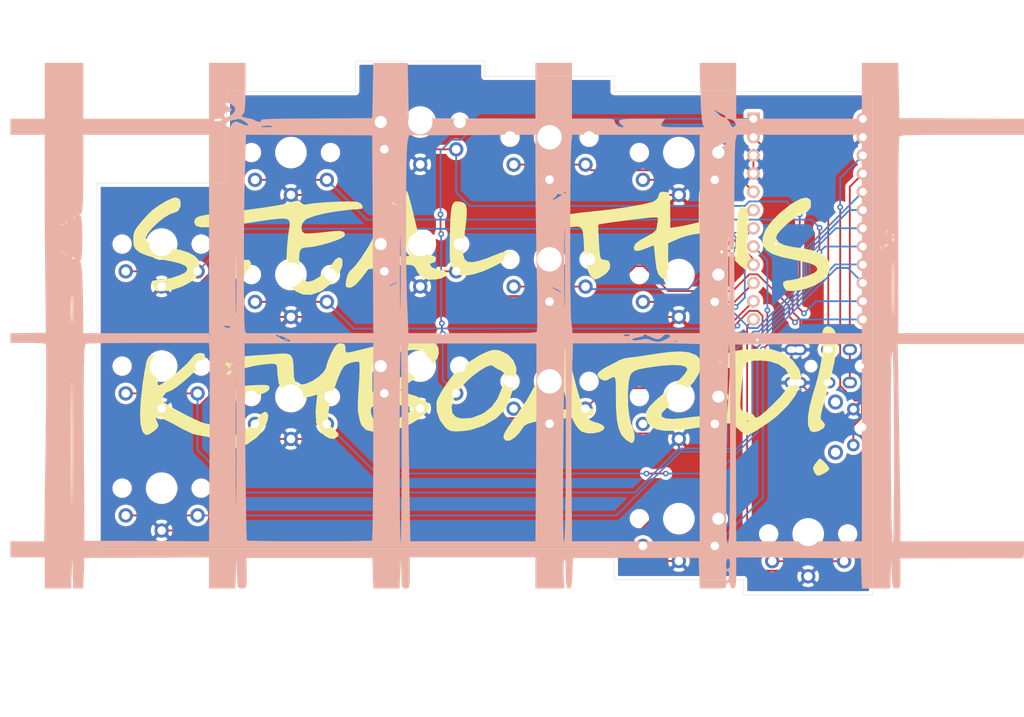
<source format=kicad_pcb>
(kicad_pcb (version 20171130) (host pcbnew 5.1.9)
  (layers (0 F.Cu signal) (31 B.Cu signal) (34 B.Paste user) (35 F.Paste user) (36 B.SilkS user) (37 F.SilkS user) (38 B.Mask user) (39 F.Mask user) (44 Edge.Cuts user))
  (net 0 "")
  (net 1 data)
  (net 2 GND)
  (net 3 VCC)
  (net 4 S1)
  (net 5 S2)
  (net 6 S3)
  (net 7 S4)
  (net 8 S5)
  (net 9 S6)
  (net 10 S7)
  (net 11 S8)
  (net 12 S9)
  (net 13 S10)
  (net 14 S11)
  (net 15 S12)
  (net 16 S13)
  (net 17 S14)
  (net 18 S15)
  (net 19 S16)
  (net 20 S17)
  (net 21 "Net-(U1-Pad24)")
  (net 22 rst)
  (module steal_this_keyboard:SW_Tactile_SPST_Angled_MJTP1117 (layer F.Cu) (at 132.29 108 270)
    (fp_text reference RST1)
    (fp_text value SW_Push)
    (pad "" thru_hole circle (at 6.01 2.49 270) (size 2.1 2.1) (drill 1.3) (layers *.Cu *.Mask))
    (pad 2 thru_hole circle (at 5 0 270) (size 1.75 1.75) (drill 0.99) (layers *.Cu *.Mask) (net 22 rst))
    (pad 1 thru_hole circle (at 0 0 270) (size 1.75 1.75) (drill 0.99) (layers *.Cu *.Mask) (net 2 GND))
    (pad "" thru_hole circle (at -1 2.49 270) (size 2.1 2.1) (drill 1.3) (layers *.Cu *.Mask))
    (pad "" np_thru_hole circle (at 2.5 -1.21 270) (size 1.2 1.2) (drill 1.2) (layers *.Cu *.Mask))
  )
  (module steal_this_keyboard:Kailh-PG1350-1u-reversible (layer F.Cu) (at 126 125.375)
    (fp_text reference SW17)
    (fp_text value SW_Push hide)
    (pad 2 thru_hole circle (at 5 3.8 41.9) (size 2 2) (drill 1.2) (layers *.Cu F.Mask) (net 20 S17))
    (pad "" np_thru_hole circle (at 0 0 180) (size 3.4 3.4) (drill 3.4) (layers *.Cu *.Mask))
    (pad 1 thru_hole circle (at 0 5.9 180) (size 2 2) (drill 1.2) (layers *.Cu *.Mask) (net 2 GND))
    (pad 2 thru_hole circle (at -5 3.8 41.9) (size 2 2) (drill 1.2) (layers *.Cu B.Mask) (net 20 S17))
    (pad "" np_thru_hole circle (at -5.5 0 180) (size 1.7 1.7) (drill 1.7) (layers *.Cu *.Mask))
    (pad "" np_thru_hole circle (at 5.5 0 180) (size 1.7 1.7) (drill 1.7) (layers *.Cu *.Mask))
  )
  (module steal_this_keyboard:Kailh-PG1350-1u-reversible (layer F.Cu) (at 108 106.25)
    (fp_text reference SW16)
    (fp_text value SW_Push hide)
    (pad 2 thru_hole circle (at 5 3.8 41.9) (size 2 2) (drill 1.2) (layers *.Cu F.Mask) (net 19 S16))
    (pad "" np_thru_hole circle (at 0 0 180) (size 3.4 3.4) (drill 3.4) (layers *.Cu *.Mask))
    (pad 1 thru_hole circle (at 0 5.9 180) (size 2 2) (drill 1.2) (layers *.Cu *.Mask) (net 2 GND))
    (pad 2 thru_hole circle (at -5 3.8 41.9) (size 2 2) (drill 1.2) (layers *.Cu B.Mask) (net 19 S16))
    (pad "" np_thru_hole circle (at -5.5 0 180) (size 1.7 1.7) (drill 1.7) (layers *.Cu *.Mask))
    (pad "" np_thru_hole circle (at 5.5 0 180) (size 1.7 1.7) (drill 1.7) (layers *.Cu *.Mask))
  )
  (module steal_this_keyboard:Kailh-PG1350-1u-reversible (layer F.Cu) (at 108 89.25)
    (fp_text reference SW15)
    (fp_text value SW_Push hide)
    (pad 2 thru_hole circle (at 5 3.8 41.9) (size 2 2) (drill 1.2) (layers *.Cu F.Mask) (net 18 S15))
    (pad "" np_thru_hole circle (at 0 0 180) (size 3.4 3.4) (drill 3.4) (layers *.Cu *.Mask))
    (pad 1 thru_hole circle (at 0 5.9 180) (size 2 2) (drill 1.2) (layers *.Cu *.Mask) (net 2 GND))
    (pad 2 thru_hole circle (at -5 3.8 41.9) (size 2 2) (drill 1.2) (layers *.Cu B.Mask) (net 18 S15))
    (pad "" np_thru_hole circle (at -5.5 0 180) (size 1.7 1.7) (drill 1.7) (layers *.Cu *.Mask))
    (pad "" np_thru_hole circle (at 5.5 0 180) (size 1.7 1.7) (drill 1.7) (layers *.Cu *.Mask))
  )
  (module steal_this_keyboard:Kailh-PG1350-1u-reversible (layer F.Cu) (at 108 72.25)
    (fp_text reference SW14)
    (fp_text value SW_Push hide)
    (pad 2 thru_hole circle (at 5 3.8 41.9) (size 2 2) (drill 1.2) (layers *.Cu F.Mask) (net 17 S14))
    (pad "" np_thru_hole circle (at 0 0 180) (size 3.4 3.4) (drill 3.4) (layers *.Cu *.Mask))
    (pad 1 thru_hole circle (at 0 5.9 180) (size 2 2) (drill 1.2) (layers *.Cu *.Mask) (net 2 GND))
    (pad 2 thru_hole circle (at -5 3.8 41.9) (size 2 2) (drill 1.2) (layers *.Cu B.Mask) (net 17 S14))
    (pad "" np_thru_hole circle (at -5.5 0 180) (size 1.7 1.7) (drill 1.7) (layers *.Cu *.Mask))
    (pad "" np_thru_hole circle (at 5.5 0 180) (size 1.7 1.7) (drill 1.7) (layers *.Cu *.Mask))
  )
  (module steal_this_keyboard:Kailh-PG1350-1u-reversible (layer F.Cu) (at 108 123.25)
    (fp_text reference SW13)
    (fp_text value SW_Push hide)
    (pad 2 thru_hole circle (at 5 3.8 41.9) (size 2 2) (drill 1.2) (layers *.Cu F.Mask) (net 16 S13))
    (pad "" np_thru_hole circle (at 0 0 180) (size 3.4 3.4) (drill 3.4) (layers *.Cu *.Mask))
    (pad 1 thru_hole circle (at 0 5.9 180) (size 2 2) (drill 1.2) (layers *.Cu *.Mask) (net 2 GND))
    (pad 2 thru_hole circle (at -5 3.8 41.9) (size 2 2) (drill 1.2) (layers *.Cu B.Mask) (net 16 S13))
    (pad "" np_thru_hole circle (at -5.5 0 180) (size 1.7 1.7) (drill 1.7) (layers *.Cu *.Mask))
    (pad "" np_thru_hole circle (at 5.5 0 180) (size 1.7 1.7) (drill 1.7) (layers *.Cu *.Mask))
  )
  (module steal_this_keyboard:Kailh-PG1350-1u-reversible (layer F.Cu) (at 90 104.125)
    (fp_text reference SW12)
    (fp_text value SW_Push hide)
    (pad 2 thru_hole circle (at 5 3.8 41.9) (size 2 2) (drill 1.2) (layers *.Cu F.Mask) (net 15 S12))
    (pad "" np_thru_hole circle (at 0 0 180) (size 3.4 3.4) (drill 3.4) (layers *.Cu *.Mask))
    (pad 1 thru_hole circle (at 0 5.9 180) (size 2 2) (drill 1.2) (layers *.Cu *.Mask) (net 2 GND))
    (pad 2 thru_hole circle (at -5 3.8 41.9) (size 2 2) (drill 1.2) (layers *.Cu B.Mask) (net 15 S12))
    (pad "" np_thru_hole circle (at -5.5 0 180) (size 1.7 1.7) (drill 1.7) (layers *.Cu *.Mask))
    (pad "" np_thru_hole circle (at 5.5 0 180) (size 1.7 1.7) (drill 1.7) (layers *.Cu *.Mask))
  )
  (module steal_this_keyboard:Kailh-PG1350-1u-reversible (layer F.Cu) (at 90 87.125)
    (fp_text reference SW11)
    (fp_text value SW_Push hide)
    (pad 2 thru_hole circle (at 5 3.8 41.9) (size 2 2) (drill 1.2) (layers *.Cu F.Mask) (net 14 S11))
    (pad "" np_thru_hole circle (at 0 0 180) (size 3.4 3.4) (drill 3.4) (layers *.Cu *.Mask))
    (pad 1 thru_hole circle (at 0 5.9 180) (size 2 2) (drill 1.2) (layers *.Cu *.Mask) (net 2 GND))
    (pad 2 thru_hole circle (at -5 3.8 41.9) (size 2 2) (drill 1.2) (layers *.Cu B.Mask) (net 14 S11))
    (pad "" np_thru_hole circle (at -5.5 0 180) (size 1.7 1.7) (drill 1.7) (layers *.Cu *.Mask))
    (pad "" np_thru_hole circle (at 5.5 0 180) (size 1.7 1.7) (drill 1.7) (layers *.Cu *.Mask))
  )
  (module steal_this_keyboard:Kailh-PG1350-1u-reversible (layer F.Cu) (at 90 70.125)
    (fp_text reference SW10)
    (fp_text value SW_Push hide)
    (pad 2 thru_hole circle (at 5 3.8 41.9) (size 2 2) (drill 1.2) (layers *.Cu F.Mask) (net 13 S10))
    (pad "" np_thru_hole circle (at 0 0 180) (size 3.4 3.4) (drill 3.4) (layers *.Cu *.Mask))
    (pad 1 thru_hole circle (at 0 5.9 180) (size 2 2) (drill 1.2) (layers *.Cu *.Mask) (net 2 GND))
    (pad 2 thru_hole circle (at -5 3.8 41.9) (size 2 2) (drill 1.2) (layers *.Cu B.Mask) (net 13 S10))
    (pad "" np_thru_hole circle (at -5.5 0 180) (size 1.7 1.7) (drill 1.7) (layers *.Cu *.Mask))
    (pad "" np_thru_hole circle (at 5.5 0 180) (size 1.7 1.7) (drill 1.7) (layers *.Cu *.Mask))
  )
  (module steal_this_keyboard:Kailh-PG1350-1u-reversible (layer F.Cu) (at 72 102)
    (fp_text reference SW9)
    (fp_text value SW_Push hide)
    (pad 2 thru_hole circle (at 5 3.8 41.9) (size 2 2) (drill 1.2) (layers *.Cu F.Mask) (net 12 S9))
    (pad "" np_thru_hole circle (at 0 0 180) (size 3.4 3.4) (drill 3.4) (layers *.Cu *.Mask))
    (pad 1 thru_hole circle (at 0 5.9 180) (size 2 2) (drill 1.2) (layers *.Cu *.Mask) (net 2 GND))
    (pad 2 thru_hole circle (at -5 3.8 41.9) (size 2 2) (drill 1.2) (layers *.Cu B.Mask) (net 12 S9))
    (pad "" np_thru_hole circle (at -5.5 0 180) (size 1.7 1.7) (drill 1.7) (layers *.Cu *.Mask))
    (pad "" np_thru_hole circle (at 5.5 0 180) (size 1.7 1.7) (drill 1.7) (layers *.Cu *.Mask))
  )
  (module steal_this_keyboard:Kailh-PG1350-1u-reversible (layer F.Cu) (at 72 85)
    (fp_text reference SW8)
    (fp_text value SW_Push hide)
    (pad 2 thru_hole circle (at 5 3.8 41.9) (size 2 2) (drill 1.2) (layers *.Cu F.Mask) (net 11 S8))
    (pad "" np_thru_hole circle (at 0 0 180) (size 3.4 3.4) (drill 3.4) (layers *.Cu *.Mask))
    (pad 1 thru_hole circle (at 0 5.9 180) (size 2 2) (drill 1.2) (layers *.Cu *.Mask) (net 2 GND))
    (pad 2 thru_hole circle (at -5 3.8 41.9) (size 2 2) (drill 1.2) (layers *.Cu B.Mask) (net 11 S8))
    (pad "" np_thru_hole circle (at -5.5 0 180) (size 1.7 1.7) (drill 1.7) (layers *.Cu *.Mask))
    (pad "" np_thru_hole circle (at 5.5 0 180) (size 1.7 1.7) (drill 1.7) (layers *.Cu *.Mask))
  )
  (module steal_this_keyboard:Kailh-PG1350-1u-reversible (layer F.Cu) (at 72 68)
    (fp_text reference SW7)
    (fp_text value SW_Push hide)
    (pad 2 thru_hole circle (at 5 3.8 41.9) (size 2 2) (drill 1.2) (layers *.Cu F.Mask) (net 10 S7))
    (pad "" np_thru_hole circle (at 0 0 180) (size 3.4 3.4) (drill 3.4) (layers *.Cu *.Mask))
    (pad 1 thru_hole circle (at 0 5.9 180) (size 2 2) (drill 1.2) (layers *.Cu *.Mask) (net 2 GND))
    (pad 2 thru_hole circle (at -5 3.8 41.9) (size 2 2) (drill 1.2) (layers *.Cu B.Mask) (net 10 S7))
    (pad "" np_thru_hole circle (at -5.5 0 180) (size 1.7 1.7) (drill 1.7) (layers *.Cu *.Mask))
    (pad "" np_thru_hole circle (at 5.5 0 180) (size 1.7 1.7) (drill 1.7) (layers *.Cu *.Mask))
  )
  (module steal_this_keyboard:Kailh-PG1350-1u-reversible (layer F.Cu) (at 54 106.25)
    (fp_text reference SW6)
    (fp_text value SW_Push hide)
    (pad 2 thru_hole circle (at 5 3.8 41.9) (size 2 2) (drill 1.2) (layers *.Cu F.Mask) (net 9 S6))
    (pad "" np_thru_hole circle (at 0 0 180) (size 3.4 3.4) (drill 3.4) (layers *.Cu *.Mask))
    (pad 1 thru_hole circle (at 0 5.9 180) (size 2 2) (drill 1.2) (layers *.Cu *.Mask) (net 2 GND))
    (pad 2 thru_hole circle (at -5 3.8 41.9) (size 2 2) (drill 1.2) (layers *.Cu B.Mask) (net 9 S6))
    (pad "" np_thru_hole circle (at -5.5 0 180) (size 1.7 1.7) (drill 1.7) (layers *.Cu *.Mask))
    (pad "" np_thru_hole circle (at 5.5 0 180) (size 1.7 1.7) (drill 1.7) (layers *.Cu *.Mask))
  )
  (module steal_this_keyboard:Kailh-PG1350-1u-reversible (layer F.Cu) (at 54 89.25)
    (fp_text reference SW5)
    (fp_text value SW_Push hide)
    (pad 2 thru_hole circle (at 5 3.8 41.9) (size 2 2) (drill 1.2) (layers *.Cu F.Mask) (net 8 S5))
    (pad "" np_thru_hole circle (at 0 0 180) (size 3.4 3.4) (drill 3.4) (layers *.Cu *.Mask))
    (pad 1 thru_hole circle (at 0 5.9 180) (size 2 2) (drill 1.2) (layers *.Cu *.Mask) (net 2 GND))
    (pad 2 thru_hole circle (at -5 3.8 41.9) (size 2 2) (drill 1.2) (layers *.Cu B.Mask) (net 8 S5))
    (pad "" np_thru_hole circle (at -5.5 0 180) (size 1.7 1.7) (drill 1.7) (layers *.Cu *.Mask))
    (pad "" np_thru_hole circle (at 5.5 0 180) (size 1.7 1.7) (drill 1.7) (layers *.Cu *.Mask))
  )
  (module steal_this_keyboard:Kailh-PG1350-1u-reversible (layer F.Cu) (at 54 72.25)
    (fp_text reference SW4)
    (fp_text value SW_Push hide)
    (pad 2 thru_hole circle (at 5 3.8 41.9) (size 2 2) (drill 1.2) (layers *.Cu F.Mask) (net 7 S4))
    (pad "" np_thru_hole circle (at 0 0 180) (size 3.4 3.4) (drill 3.4) (layers *.Cu *.Mask))
    (pad 1 thru_hole circle (at 0 5.9 180) (size 2 2) (drill 1.2) (layers *.Cu *.Mask) (net 2 GND))
    (pad 2 thru_hole circle (at -5 3.8 41.9) (size 2 2) (drill 1.2) (layers *.Cu B.Mask) (net 7 S4))
    (pad "" np_thru_hole circle (at -5.5 0 180) (size 1.7 1.7) (drill 1.7) (layers *.Cu *.Mask))
    (pad "" np_thru_hole circle (at 5.5 0 180) (size 1.7 1.7) (drill 1.7) (layers *.Cu *.Mask))
  )
  (module steal_this_keyboard:Kailh-PG1350-1u-reversible (layer F.Cu) (at 36 119)
    (fp_text reference SW3)
    (fp_text value SW_Push hide)
    (pad 2 thru_hole circle (at 5 3.8 41.9) (size 2 2) (drill 1.2) (layers *.Cu F.Mask) (net 6 S3))
    (pad "" np_thru_hole circle (at 0 0 180) (size 3.4 3.4) (drill 3.4) (layers *.Cu *.Mask))
    (pad 1 thru_hole circle (at 0 5.9 180) (size 2 2) (drill 1.2) (layers *.Cu *.Mask) (net 2 GND))
    (pad 2 thru_hole circle (at -5 3.8 41.9) (size 2 2) (drill 1.2) (layers *.Cu B.Mask) (net 6 S3))
    (pad "" np_thru_hole circle (at -5.5 0 180) (size 1.7 1.7) (drill 1.7) (layers *.Cu *.Mask))
    (pad "" np_thru_hole circle (at 5.5 0 180) (size 1.7 1.7) (drill 1.7) (layers *.Cu *.Mask))
  )
  (module steal_this_keyboard:Kailh-PG1350-1u-reversible (layer F.Cu) (at 36 102)
    (fp_text reference SW2)
    (fp_text value SW_Push hide)
    (pad 2 thru_hole circle (at 5 3.8 41.9) (size 2 2) (drill 1.2) (layers *.Cu F.Mask) (net 5 S2))
    (pad "" np_thru_hole circle (at 0 0 180) (size 3.4 3.4) (drill 3.4) (layers *.Cu *.Mask))
    (pad 1 thru_hole circle (at 0 5.9 180) (size 2 2) (drill 1.2) (layers *.Cu *.Mask) (net 2 GND))
    (pad 2 thru_hole circle (at -5 3.8 41.9) (size 2 2) (drill 1.2) (layers *.Cu B.Mask) (net 5 S2))
    (pad "" np_thru_hole circle (at -5.5 0 180) (size 1.7 1.7) (drill 1.7) (layers *.Cu *.Mask))
    (pad "" np_thru_hole circle (at 5.5 0 180) (size 1.7 1.7) (drill 1.7) (layers *.Cu *.Mask))
  )
  (module steal_this_keyboard:Kailh-PG1350-1u-reversible (layer F.Cu) (at 36 85)
    (fp_text reference SW1)
    (fp_text value SW_Push hide)
    (pad 2 thru_hole circle (at 5 3.8 41.9) (size 2 2) (drill 1.2) (layers *.Cu F.Mask) (net 4 S1))
    (pad "" np_thru_hole circle (at 0 0 180) (size 3.4 3.4) (drill 3.4) (layers *.Cu *.Mask))
    (pad 1 thru_hole circle (at 0 5.9 180) (size 2 2) (drill 1.2) (layers *.Cu *.Mask) (net 2 GND))
    (pad 2 thru_hole circle (at -5 3.8 41.9) (size 2 2) (drill 1.2) (layers *.Cu B.Mask) (net 4 S1))
    (pad "" np_thru_hole circle (at -5.5 0 180) (size 1.7 1.7) (drill 1.7) (layers *.Cu *.Mask))
    (pad "" np_thru_hole circle (at 5.5 0 180) (size 1.7 1.7) (drill 1.7) (layers *.Cu *.Mask))
  )
  (module steal_this_keyboard:ArduinoProMicro (layer F.Cu) (at 126 81.53 270)
    (fp_text reference U1 hide)
    (fp_text value ProMicro hide)
    (pad 1 thru_hole rect (at -13.97 7.62 270) (size 1.7526 1.7526) (drill 1.0922) (layers *.Cu *.SilkS *.Mask) (net 12 S9))
    (pad 2 thru_hole circle (at -11.43 7.62 270) (size 1.7526 1.7526) (drill 1.0922) (layers *.Cu *.SilkS *.Mask) (net 1 data))
    (pad 3 thru_hole circle (at -8.89 7.62 270) (size 1.7526 1.7526) (drill 1.0922) (layers *.Cu *.SilkS *.Mask) (net 2 GND))
    (pad 4 thru_hole circle (at -6.35 7.62 270) (size 1.7526 1.7526) (drill 1.0922) (layers *.Cu *.SilkS *.Mask) (net 2 GND))
    (pad 5 thru_hole circle (at -3.81 7.62 270) (size 1.7526 1.7526) (drill 1.0922) (layers *.Cu *.SilkS *.Mask) (net 13 S10))
    (pad 6 thru_hole circle (at -1.27 7.62 270) (size 1.7526 1.7526) (drill 1.0922) (layers *.Cu *.SilkS *.Mask) (net 14 S11))
    (pad 7 thru_hole circle (at 1.27 7.62 270) (size 1.7526 1.7526) (drill 1.0922) (layers *.Cu *.SilkS *.Mask) (net 15 S12))
    (pad 8 thru_hole circle (at 3.81 7.62 270) (size 1.7526 1.7526) (drill 1.0922) (layers *.Cu *.SilkS *.Mask) (net 16 S13))
    (pad 9 thru_hole circle (at 6.35 7.62 270) (size 1.7526 1.7526) (drill 1.0922) (layers *.Cu *.SilkS *.Mask) (net 17 S14))
    (pad 10 thru_hole circle (at 8.89 7.62 270) (size 1.7526 1.7526) (drill 1.0922) (layers *.Cu *.SilkS *.Mask) (net 18 S15))
    (pad 11 thru_hole circle (at 11.43 7.62 270) (size 1.7526 1.7526) (drill 1.0922) (layers *.Cu *.SilkS *.Mask) (net 19 S16))
    (pad 13 thru_hole circle (at 13.97 -7.62 270) (size 1.7526 1.7526) (drill 1.0922) (layers *.Cu *.SilkS *.Mask) (net 11 S8))
    (pad 14 thru_hole circle (at 11.43 -7.62 270) (size 1.7526 1.7526) (drill 1.0922) (layers *.Cu *.SilkS *.Mask) (net 10 S7))
    (pad 15 thru_hole circle (at 8.89 -7.62 270) (size 1.7526 1.7526) (drill 1.0922) (layers *.Cu *.SilkS *.Mask) (net 9 S6))
    (pad 16 thru_hole circle (at 6.35 -7.62 270) (size 1.7526 1.7526) (drill 1.0922) (layers *.Cu *.SilkS *.Mask) (net 8 S5))
    (pad 17 thru_hole circle (at 3.81 -7.62 270) (size 1.7526 1.7526) (drill 1.0922) (layers *.Cu *.SilkS *.Mask) (net 7 S4))
    (pad 18 thru_hole circle (at 1.27 -7.62 270) (size 1.7526 1.7526) (drill 1.0922) (layers *.Cu *.SilkS *.Mask) (net 6 S3))
    (pad 19 thru_hole circle (at -1.27 -7.62 270) (size 1.7526 1.7526) (drill 1.0922) (layers *.Cu *.SilkS *.Mask) (net 5 S2))
    (pad 20 thru_hole circle (at -3.81 -7.62 270) (size 1.7526 1.7526) (drill 1.0922) (layers *.Cu *.SilkS *.Mask) (net 4 S1))
    (pad 21 thru_hole circle (at -6.35 -7.62 270) (size 1.7526 1.7526) (drill 1.0922) (layers *.Cu *.SilkS *.Mask) (net 3 VCC))
    (pad 22 thru_hole circle (at -8.89 -7.62 270) (size 1.7526 1.7526) (drill 1.0922) (layers *.Cu *.SilkS *.Mask) (net 22 rst))
    (pad 23 thru_hole circle (at -11.43 -7.62 270) (size 1.7526 1.7526) (drill 1.0922) (layers *.Cu *.SilkS *.Mask) (net 2 GND))
    (pad 12 thru_hole circle (at 13.97 7.62 270) (size 1.7526 1.7526) (drill 1.0922) (layers *.Cu *.SilkS *.Mask) (net 20 S17))
    (pad 24 thru_hole circle (at -13.97 -7.62 270) (size 1.7526 1.7526) (drill 1.0922) (layers *.Cu *.SilkS *.Mask) (net 21 "Net-(U1-Pad24)"))
  )
  (module steal_this_keyboard:TRRS-PJ-320A-dual-squished (layer F.Cu) (at 135 102 270)
    (fp_text reference J1)
    (fp_text value TRRS)
    (pad 1 thru_hole oval (at 2.298 11.3 90) (size 1.6 2) (drill oval 0.9 1.3) (layers *.Cu *.Mask) (net 2 GND))
    (pad 2 thru_hole oval (at -2.302 10.2 90) (size 1.6 2) (drill oval 0.9 1.3) (layers *.Cu *.Mask) (net 2 GND))
    (pad 4 thru_hole oval (at -2.302 3.2 90) (size 1.6 2) (drill oval 0.9 1.3) (layers *.Cu *.Mask) (net 3 VCC))
    (pad 3 thru_hole oval (at -2.302 6.2 90) (size 1.6 2) (drill oval 0.9 1.3) (layers *.Cu *.Mask) (net 1 data))
    (pad 2 thru_hole oval (at -2.3 11.3 270) (size 1.6 2) (drill oval 0.9 1.3) (layers *.Cu *.Mask) (net 2 GND))
    (pad 1 thru_hole oval (at 2.3 10.2 270) (size 1.6 2) (drill oval 0.9 1.3) (layers *.Cu *.Mask) (net 2 GND))
    (pad 4 thru_hole oval (at 2.3 3.2 270) (size 1.6 2) (drill oval 0.9 1.3) (layers *.Cu *.Mask) (net 3 VCC))
    (pad "" np_thru_hole circle (at 0 8.6 270) (size 0.8 0.8) (drill 0.8) (layers *.Cu *.Mask))
    (pad "" np_thru_hole circle (at 0 1.6 270) (size 0.8 0.8) (drill 0.8) (layers *.Cu *.Mask))
    (pad 3 thru_hole oval (at 2.3 6.2 270) (size 1.6 2) (drill oval 0.9 1.3) (layers *.Cu *.Mask) (net 1 data))
  )
  (module steal_this_keyboard:bars (layer B.Cu) (at 85.5 95.625 180)
    (fp_text reference G*** hide)
    (fp_text value LOGO hide)
  )
  (module steal_this_keyboard:steal_this_keyboard (layer F.Cu) (at 80.84 97.75)
    (fp_text reference G*** hide)
    (fp_text value LOGO hide)
  )
  (gr_line (start 99 127.5) (end 99 131.75) (layer Edge.Cuts) (width 0.05))
  (gr_line (start 27 127.5) (end 99 127.5) (layer Edge.Cuts) (width 0.05))
  (gr_line (start 81 59.5) (end 81 61.625) (layer Edge.Cuts) (width 0.05))
  (gr_line (start 81 61.625) (end 99 61.625) (layer Edge.Cuts) (width 0.05))
  (gr_line (start 27 76.5) (end 27 127.5) (layer Edge.Cuts) (width 0.05))
  (gr_line (start 45 76.5) (end 27 76.5) (layer Edge.Cuts) (width 0.05))
  (gr_line (start 45 63.75) (end 45 76.5) (layer Edge.Cuts) (width 0.05))
  (gr_line (start 63 63.75) (end 45 63.75) (layer Edge.Cuts) (width 0.05))
  (gr_line (start 63 59.5) (end 63 63.75) (layer Edge.Cuts) (width 0.05))
  (gr_line (start 81 59.5) (end 63 59.5) (layer Edge.Cuts) (width 0.05))
  (gr_line (start 99 63.75) (end 99 61.625) (layer Edge.Cuts) (width 0.05))
  (gr_line (start 135 63.75) (end 99 63.75) (layer Edge.Cuts) (width 0.05))
  (gr_line (start 135 133.875) (end 135 63.75) (layer Edge.Cuts) (width 0.05))
  (gr_line (start 117 133.875) (end 135 133.875) (layer Edge.Cuts) (width 0.05))
  (gr_line (start 117 131.75) (end 117 133.875) (layer Edge.Cuts) (width 0.05))
  (gr_line (start 99 131.75) (end 117 131.75) (layer Edge.Cuts) (width 0.05))
  (segment (start 128.8 80.52) (end 128.8 104.3) (width 0.25) (layer F.Cu) (net 1))
  (segment (start 118.38 70.1) (end 128.8 80.52) (width 0.25) (layer F.Cu) (net 1))
  (segment (start 118.38 72.64) (end 118.38 75.18) (width 0.25) (layer F.Cu) (net 2))
  (segment (start 123.7 103.2) (end 124.8 104.3) (width 0.25) (layer F.Cu) (net 2))
  (segment (start 123.7 99.7) (end 123.7 103.2) (width 0.25) (layer F.Cu) (net 2))
  (segment (start 131.415001 108.874999) (end 132.29 108) (width 0.25) (layer F.Cu) (net 2))
  (segment (start 129.374999 108.874999) (end 131.415001 108.874999) (width 0.25) (layer F.Cu) (net 2))
  (segment (start 124.8 104.3) (end 129.374999 108.874999) (width 0.25) (layer F.Cu) (net 2))
  (segment (start 92.125 78.15) (end 90 76.025) (width 0.25) (layer F.Cu) (net 2))
  (segment (start 108 78.15) (end 92.125 78.15) (width 0.25) (layer F.Cu) (net 2))
  (segment (start 74.125 76.025) (end 72 73.9) (width 0.25) (layer F.Cu) (net 2))
  (segment (start 90 76.025) (end 74.125 76.025) (width 0.25) (layer F.Cu) (net 2))
  (segment (start 67.75 95.15) (end 72 90.9) (width 0.25) (layer F.Cu) (net 2))
  (segment (start 54 95.15) (end 67.75 95.15) (width 0.25) (layer F.Cu) (net 2))
  (segment (start 89.225001 92.250001) (end 90 93.025) (width 0.25) (layer F.Cu) (net 2))
  (segment (start 73.350001 92.250001) (end 89.225001 92.250001) (width 0.25) (layer F.Cu) (net 2))
  (segment (start 72 90.9) (end 73.350001 92.250001) (width 0.25) (layer F.Cu) (net 2))
  (segment (start 92.125 95.15) (end 108 95.15) (width 0.25) (layer F.Cu) (net 2))
  (segment (start 90 93.025) (end 92.125 95.15) (width 0.25) (layer F.Cu) (net 2))
  (segment (start 67.75 112.15) (end 72 107.9) (width 0.25) (layer F.Cu) (net 2))
  (segment (start 54 112.15) (end 67.75 112.15) (width 0.25) (layer F.Cu) (net 2))
  (segment (start 89.225001 109.250001) (end 90 110.025) (width 0.25) (layer F.Cu) (net 2))
  (segment (start 73.350001 109.250001) (end 89.225001 109.250001) (width 0.25) (layer F.Cu) (net 2))
  (segment (start 72 107.9) (end 73.350001 109.250001) (width 0.25) (layer F.Cu) (net 2))
  (segment (start 107.225001 111.375001) (end 108 112.15) (width 0.25) (layer F.Cu) (net 2))
  (segment (start 91.350001 111.375001) (end 107.225001 111.375001) (width 0.25) (layer F.Cu) (net 2))
  (segment (start 90 110.025) (end 91.350001 111.375001) (width 0.25) (layer F.Cu) (net 2))
  (segment (start 125.225001 130.500001) (end 126 131.275) (width 0.25) (layer F.Cu) (net 2))
  (segment (start 109.350001 130.500001) (end 125.225001 130.500001) (width 0.25) (layer F.Cu) (net 2))
  (segment (start 108 129.15) (end 109.350001 130.500001) (width 0.25) (layer F.Cu) (net 2))
  (segment (start 67.75 78.15) (end 72 73.9) (width 0.25) (layer F.Cu) (net 2))
  (segment (start 54 78.15) (end 67.75 78.15) (width 0.25) (layer F.Cu) (net 2))
  (segment (start 53.611002 78.15) (end 54 78.15) (width 0.25) (layer F.Cu) (net 2))
  (segment (start 40.861002 90.9) (end 53.611002 78.15) (width 0.25) (layer F.Cu) (net 2))
  (segment (start 36 90.9) (end 40.861002 90.9) (width 0.25) (layer F.Cu) (net 2))
  (segment (start 108 119.489002) (end 108 112.15) (width 0.25) (layer F.Cu) (net 2))
  (segment (start 101.674999 125.814003) (end 108 119.489002) (width 0.25) (layer F.Cu) (net 2))
  (segment (start 101.674999 127.686001) (end 101.674999 125.814003) (width 0.25) (layer F.Cu) (net 2))
  (segment (start 103.138998 129.15) (end 101.674999 127.686001) (width 0.25) (layer F.Cu) (net 2))
  (segment (start 108 129.15) (end 103.138998 129.15) (width 0.25) (layer F.Cu) (net 2))
  (segment (start 41.25 124.9) (end 36 124.9) (width 0.25) (layer F.Cu) (net 2))
  (segment (start 54 112.15) (end 41.25 124.9) (width 0.25) (layer F.Cu) (net 2))
  (segment (start 40.25 112.15) (end 36 107.9) (width 0.25) (layer F.Cu) (net 2))
  (segment (start 54 112.15) (end 40.25 112.15) (width 0.25) (layer F.Cu) (net 2))
  (segment (start 53.611002 95.15) (end 54 95.15) (width 0.25) (layer F.Cu) (net 2))
  (segment (start 40.861002 107.9) (end 53.611002 95.15) (width 0.25) (layer F.Cu) (net 2))
  (segment (start 36 107.9) (end 40.861002 107.9) (width 0.25) (layer F.Cu) (net 2))
  (segment (start 40.25 95.15) (end 36 90.9) (width 0.25) (layer F.Cu) (net 2))
  (segment (start 54 95.15) (end 40.25 95.15) (width 0.25) (layer F.Cu) (net 2))
  (segment (start 119.256299 76.056299) (end 118.38 75.18) (width 0.25) (layer F.Cu) (net 2))
  (segment (start 123.845002 80.645002) (end 119.256299 76.056299) (width 0.25) (layer F.Cu) (net 2))
  (segment (start 124.895002 98.504998) (end 124.895002 95.511998) (width 0.25) (layer F.Cu) (net 2))
  (segment (start 123.7 99.7) (end 124.895002 98.504998) (width 0.25) (layer F.Cu) (net 2))
  (segment (start 123.845002 94.461998) (end 123.845002 80.645002) (width 0.25) (layer F.Cu) (net 2))
  (segment (start 124.895002 95.511998) (end 123.845002 94.461998) (width 0.25) (layer F.Cu) (net 2))
  (segment (start 111.846299 74.303701) (end 108 78.15) (width 0.25) (layer B.Cu) (net 2))
  (segment (start 117.503701 74.303701) (end 111.846299 74.303701) (width 0.25) (layer B.Cu) (net 2))
  (segment (start 118.38 75.18) (end 117.503701 74.303701) (width 0.25) (layer B.Cu) (net 2))
  (via (at 121.5 85) (size 0.8) (drill 0.4) (layers F.Cu B.Cu) (net 2))
  (segment (start 123.702 99.698) (end 123.7 99.7) (width 0.25) (layer F.Cu) (net 2))
  (segment (start 124.8 99.698) (end 123.702 99.698) (width 0.25) (layer F.Cu) (net 2))
  (segment (start 123.702 104.3) (end 123.7 104.298) (width 0.25) (layer F.Cu) (net 2))
  (segment (start 124.8 104.3) (end 123.702 104.3) (width 0.25) (layer F.Cu) (net 2))
  (segment (start 131.8 77) (end 131.8 104.3) (width 0.25) (layer F.Cu) (net 3))
  (segment (start 133.62 75.18) (end 131.8 77) (width 0.25) (layer F.Cu) (net 3))
  (segment (start 41 88.8) (end 31 88.8) (width 0.25) (layer F.Cu) (net 4))
  (segment (start 125.3 86.04) (end 133.62 77.72) (width 0.25) (layer B.Cu) (net 4))
  (segment (start 41 88.8) (end 46.924749 82.875251) (width 0.25) (layer B.Cu) (net 4))
  (segment (start 125.3 90.32359) (end 125.3 86.04) (width 0.25) (layer B.Cu) (net 4))
  (segment (start 114.675001 85.245001) (end 114.675001 93.572927) (width 0.25) (layer B.Cu) (net 4))
  (segment (start 112.305251 82.875251) (end 114.675001 85.245001) (width 0.25) (layer B.Cu) (net 4))
  (segment (start 117.803375 96.701301) (end 118.922289 96.701301) (width 0.25) (layer B.Cu) (net 4))
  (segment (start 114.675001 93.572927) (end 117.803375 96.701301) (width 0.25) (layer B.Cu) (net 4))
  (segment (start 46.924749 82.875251) (end 112.305251 82.875251) (width 0.25) (layer B.Cu) (net 4))
  (segment (start 118.922289 96.701301) (end 125.3 90.32359) (width 0.25) (layer B.Cu) (net 4))
  (segment (start 31 105.8) (end 41 105.8) (width 0.25) (layer F.Cu) (net 5))
  (segment (start 41 112.5) (end 41 105.8) (width 0.25) (layer B.Cu) (net 5))
  (segment (start 46.9 119.61) (end 41 113.71) (width 0.25) (layer B.Cu) (net 5))
  (segment (start 119.14267 97.177328) (end 118.407939 97.177328) (width 0.25) (layer B.Cu) (net 5))
  (segment (start 108.004998 113.475002) (end 101.87 119.61) (width 0.25) (layer B.Cu) (net 5))
  (segment (start 131.76 80.26) (end 125.750008 86.269991) (width 0.25) (layer B.Cu) (net 5))
  (segment (start 125.750008 90.569992) (end 119.14267 97.177328) (width 0.25) (layer B.Cu) (net 5))
  (segment (start 125.750008 86.269991) (end 125.750008 90.569992) (width 0.25) (layer B.Cu) (net 5))
  (segment (start 101.87 119.61) (end 46.9 119.61) (width 0.25) (layer B.Cu) (net 5))
  (segment (start 118.407939 97.177328) (end 115.424999 100.160268) (width 0.25) (layer B.Cu) (net 5))
  (segment (start 115.424999 100.160268) (end 115.424999 113.475001) (width 0.25) (layer B.Cu) (net 5))
  (segment (start 41 113.71) (end 41 112.5) (width 0.25) (layer B.Cu) (net 5))
  (segment (start 115.424999 113.475001) (end 108.004998 113.475002) (width 0.25) (layer B.Cu) (net 5))
  (segment (start 133.62 80.26) (end 131.76 80.26) (width 0.25) (layer B.Cu) (net 5))
  (segment (start 41 122.8) (end 31 122.8) (width 0.25) (layer F.Cu) (net 6))
  (segment (start 129.85641 82.8) (end 132.380725 82.8) (width 0.25) (layer B.Cu) (net 6))
  (segment (start 119.329071 97.627339) (end 126.200019 90.756391) (width 0.25) (layer B.Cu) (net 6))
  (segment (start 126.200019 86.456391) (end 129.85641 82.8) (width 0.25) (layer B.Cu) (net 6))
  (segment (start 118.217339 98.004339) (end 118.594339 97.627339) (width 0.25) (layer B.Cu) (net 6))
  (segment (start 108.191399 113.925011) (end 115.6114 113.92501) (width 0.25) (layer B.Cu) (net 6))
  (segment (start 126.200019 90.756391) (end 126.200019 86.456391) (width 0.25) (layer B.Cu) (net 6))
  (segment (start 132.380725 82.8) (end 133.62 82.8) (width 0.25) (layer B.Cu) (net 6))
  (segment (start 118.217339 111.319071) (end 118.217339 98.004339) (width 0.25) (layer B.Cu) (net 6))
  (segment (start 118.594339 97.627339) (end 119.329071 97.627339) (width 0.25) (layer B.Cu) (net 6))
  (segment (start 115.6114 113.92501) (end 118.217339 111.319071) (width 0.25) (layer B.Cu) (net 6))
  (segment (start 99.31641 122.8) (end 108.191399 113.925011) (width 0.25) (layer B.Cu) (net 6))
  (segment (start 41 122.8) (end 99.31641 122.8) (width 0.25) (layer B.Cu) (net 6))
  (segment (start 59 76.05) (end 49 76.05) (width 0.25) (layer F.Cu) (net 7))
  (via (at 127.570858 86.110858) (size 0.8) (drill 0.4) (layers F.Cu B.Cu) (net 7))
  (segment (start 128.341716 85.34) (end 127.570858 86.110858) (width 0.25) (layer B.Cu) (net 7))
  (segment (start 133.62 85.34) (end 128.341716 85.34) (width 0.25) (layer B.Cu) (net 7))
  (via (at 127.592347 82.722347) (size 0.8) (drill 0.4) (layers F.Cu B.Cu) (net 7))
  (segment (start 127.570858 82.743836) (end 127.592347 82.722347) (width 0.25) (layer F.Cu) (net 7))
  (segment (start 127.570858 86.110858) (end 127.570858 82.743836) (width 0.25) (layer F.Cu) (net 7))
  (segment (start 64.548699 81.598699) (end 59 76.05) (width 0.25) (layer B.Cu) (net 7))
  (segment (start 126.468699 81.598699) (end 64.548699 81.598699) (width 0.25) (layer B.Cu) (net 7))
  (segment (start 127.592347 82.722347) (end 126.468699 81.598699) (width 0.25) (layer B.Cu) (net 7))
  (segment (start 49 93.05) (end 59 93.05) (width 0.25) (layer F.Cu) (net 8))
  (via (at 116.16 96.36) (size 0.8) (drill 0.4) (layers F.Cu B.Cu) (net 8))
  (segment (start 62.709999 96.759999) (end 59 93.05) (width 0.25) (layer B.Cu) (net 8))
  (segment (start 115.760001 96.759999) (end 62.709999 96.759999) (width 0.25) (layer B.Cu) (net 8))
  (segment (start 116.16 96.36) (end 115.760001 96.759999) (width 0.25) (layer B.Cu) (net 8))
  (via (at 118.94234 98.35234) (size 0.8) (drill 0.4) (layers F.Cu B.Cu) (net 8))
  (segment (start 119.647339 94.989413) (end 119.647339 97.647341) (width 0.25) (layer F.Cu) (net 8))
  (segment (start 116.16 96.36) (end 116.16 95.942074) (width 0.25) (layer F.Cu) (net 8))
  (segment (start 116.16 95.942074) (end 117.803375 94.298699) (width 0.25) (layer F.Cu) (net 8))
  (segment (start 117.803375 94.298699) (end 118.956625 94.298699) (width 0.25) (layer F.Cu) (net 8))
  (segment (start 119.647339 97.647341) (end 118.94234 98.35234) (width 0.25) (layer F.Cu) (net 8))
  (segment (start 118.956625 94.298699) (end 119.647339 94.989413) (width 0.25) (layer F.Cu) (net 8))
  (segment (start 129.75468 87.84) (end 119.24234 98.35234) (width 0.25) (layer B.Cu) (net 8))
  (segment (start 119.24234 98.35234) (end 118.94234 98.35234) (width 0.25) (layer B.Cu) (net 8))
  (segment (start 133.58 87.84) (end 129.75468 87.84) (width 0.25) (layer B.Cu) (net 8))
  (segment (start 133.62 87.88) (end 133.58 87.84) (width 0.25) (layer B.Cu) (net 8))
  (segment (start 49 110.05) (end 59 110.05) (width 0.25) (layer F.Cu) (net 9))
  (via (at 106.180858 116.960858) (size 0.8) (drill 0.4) (layers F.Cu B.Cu) (net 9))
  (via (at 103.492347 116.962347) (size 0.8) (drill 0.4) (layers F.Cu B.Cu) (net 9))
  (segment (start 103.493836 116.960858) (end 103.492347 116.962347) (width 0.25) (layer F.Cu) (net 9))
  (segment (start 106.180858 116.960858) (end 103.493836 116.960858) (width 0.25) (layer F.Cu) (net 9))
  (segment (start 65.912347 116.962347) (end 59 110.05) (width 0.25) (layer B.Cu) (net 9))
  (segment (start 103.492347 116.962347) (end 65.912347 116.962347) (width 0.25) (layer B.Cu) (net 9))
  (segment (start 106.746543 116.960858) (end 106.180858 116.960858) (width 0.25) (layer B.Cu) (net 9))
  (segment (start 113.211962 116.960858) (end 106.746543 116.960858) (width 0.25) (layer B.Cu) (net 9))
  (segment (start 118.930019 111.242801) (end 113.211962 116.960858) (width 0.25) (layer B.Cu) (net 9))
  (segment (start 118.930019 99.389981) (end 118.930019 111.242801) (width 0.25) (layer B.Cu) (net 9))
  (segment (start 130 88.32) (end 118.930019 99.389981) (width 0.25) (layer B.Cu) (net 9))
  (segment (start 131.52 88.32) (end 130 88.32) (width 0.25) (layer B.Cu) (net 9))
  (segment (start 133.62 90.42) (end 131.52 88.32) (width 0.25) (layer B.Cu) (net 9))
  (segment (start 77 71.8) (end 67 71.8) (width 0.25) (layer F.Cu) (net 10))
  (via (at 125.412653 94.652653) (size 0.8) (drill 0.4) (layers F.Cu B.Cu) (net 10))
  (segment (start 127.105306 92.96) (end 125.412653 94.652653) (width 0.25) (layer B.Cu) (net 10))
  (segment (start 133.62 92.96) (end 127.105306 92.96) (width 0.25) (layer B.Cu) (net 10))
  (segment (start 124.53 93.77) (end 124.53 89.81) (width 0.25) (layer F.Cu) (net 10))
  (segment (start 125.412653 94.652653) (end 124.53 93.77) (width 0.25) (layer F.Cu) (net 10))
  (segment (start 77 71.8) (end 77 77.81) (width 0.25) (layer B.Cu) (net 10))
  (segment (start 123.005 79.058699) (end 124.82 80.873699) (width 0.25) (layer B.Cu) (net 10))
  (segment (start 117.803375 79.058699) (end 123.005 79.058699) (width 0.25) (layer B.Cu) (net 10))
  (segment (start 117.178699 79.683375) (end 117.803375 79.058699) (width 0.25) (layer B.Cu) (net 10))
  (via (at 124.82 80.873699) (size 0.8) (drill 0.4) (layers F.Cu B.Cu) (net 10))
  (segment (start 78.873375 79.683375) (end 117.178699 79.683375) (width 0.25) (layer B.Cu) (net 10))
  (segment (start 77 77.81) (end 78.873375 79.683375) (width 0.25) (layer B.Cu) (net 10))
  (segment (start 124.82 89.52) (end 124.53 89.81) (width 0.25) (layer F.Cu) (net 10))
  (segment (start 124.82 80.873699) (end 124.82 89.52) (width 0.25) (layer F.Cu) (net 10))
  (segment (start 67 88.8) (end 77 88.8) (width 0.25) (layer F.Cu) (net 11))
  (segment (start 77 88.8) (end 77.350001 89.150001) (width 0.25) (layer F.Cu) (net 11))
  (segment (start 115.480279 91.541795) (end 117.803375 89.218699) (width 0.25) (layer F.Cu) (net 11))
  (segment (start 124.58 95.5) (end 124.17 95.91) (width 0.25) (layer B.Cu) (net 11))
  (segment (start 106.530797 91.541795) (end 115.480279 91.541795) (width 0.25) (layer F.Cu) (net 11))
  (segment (start 123.360001 95.100001) (end 124.17 95.91) (width 0.25) (layer F.Cu) (net 11))
  (segment (start 123.360001 93.622075) (end 123.360001 95.100001) (width 0.25) (layer F.Cu) (net 11))
  (segment (start 118.956625 89.218699) (end 123.360001 93.622075) (width 0.25) (layer F.Cu) (net 11))
  (segment (start 117.803375 89.218699) (end 118.956625 89.218699) (width 0.25) (layer F.Cu) (net 11))
  (segment (start 133.62 95.5) (end 124.58 95.5) (width 0.25) (layer B.Cu) (net 11))
  (segment (start 103.064001 88.074999) (end 106.530797 91.541795) (width 0.25) (layer F.Cu) (net 11))
  (segment (start 101.935999 88.074999) (end 103.064001 88.074999) (width 0.25) (layer F.Cu) (net 11))
  (segment (start 100.860997 89.150001) (end 101.935999 88.074999) (width 0.25) (layer F.Cu) (net 11))
  (segment (start 77.350001 89.150001) (end 100.860997 89.150001) (width 0.25) (layer F.Cu) (net 11))
  (via (at 124.17 95.91) (size 0.8) (drill 0.4) (layers F.Cu B.Cu) (net 11))
  (segment (start 67 105.8) (end 77 105.8) (width 0.25) (layer F.Cu) (net 12))
  (via (at 74.82 80.873699) (size 0.8) (drill 0.4) (layers F.Cu B.Cu) (net 12))
  (segment (start 74.82 72.018998) (end 74.82 80.873699) (width 0.25) (layer B.Cu) (net 12))
  (segment (start 76.363999 70.474999) (end 74.82 72.018998) (width 0.25) (layer B.Cu) (net 12))
  (segment (start 77.636001 70.474999) (end 76.363999 70.474999) (width 0.25) (layer B.Cu) (net 12))
  (segment (start 80.551 67.56) (end 77.636001 70.474999) (width 0.25) (layer B.Cu) (net 12))
  (segment (start 118.38 67.56) (end 80.551 67.56) (width 0.25) (layer B.Cu) (net 12))
  (via (at 74.91 83.600251) (size 0.8) (drill 0.4) (layers F.Cu B.Cu) (net 12))
  (segment (start 74.82 83.510251) (end 74.91 83.600251) (width 0.25) (layer F.Cu) (net 12))
  (segment (start 74.82 80.873699) (end 74.82 83.510251) (width 0.25) (layer F.Cu) (net 12))
  (via (at 75.01 96.034999) (size 0.8) (drill 0.4) (layers F.Cu B.Cu) (net 12))
  (segment (start 74.91 95.934999) (end 75.01 96.034999) (width 0.25) (layer B.Cu) (net 12))
  (segment (start 74.91 83.600251) (end 74.91 95.934999) (width 0.25) (layer B.Cu) (net 12))
  (via (at 75.12 97.484999) (size 0.8) (drill 0.4) (layers F.Cu B.Cu) (net 12))
  (segment (start 75.01 97.374999) (end 75.12 97.484999) (width 0.25) (layer F.Cu) (net 12))
  (segment (start 75.01 96.034999) (end 75.01 97.374999) (width 0.25) (layer F.Cu) (net 12))
  (segment (start 75.12 103.92) (end 77 105.8) (width 0.25) (layer B.Cu) (net 12))
  (segment (start 75.12 97.484999) (end 75.12 103.92) (width 0.25) (layer B.Cu) (net 12))
  (segment (start 95 73.925) (end 85 73.925) (width 0.25) (layer F.Cu) (net 13))
  (segment (start 95.799999 74.724999) (end 95 73.925) (width 0.25) (layer F.Cu) (net 13))
  (segment (start 115.384999 74.724999) (end 95.799999 74.724999) (width 0.25) (layer F.Cu) (net 13))
  (segment (start 118.38 77.72) (end 115.384999 74.724999) (width 0.25) (layer F.Cu) (net 13))
  (segment (start 85 90.925) (end 95 90.925) (width 0.25) (layer F.Cu) (net 14))
  (via (at 115.97869 83.69131) (size 0.8) (drill 0.4) (layers F.Cu B.Cu) (net 14))
  (segment (start 117.178699 82.491301) (end 115.97869 83.69131) (width 0.25) (layer F.Cu) (net 14))
  (segment (start 117.178699 81.461301) (end 117.178699 82.491301) (width 0.25) (layer F.Cu) (net 14))
  (segment (start 118.38 80.26) (end 117.178699 81.461301) (width 0.25) (layer F.Cu) (net 14))
  (via (at 115.400001 85.94) (size 0.8) (drill 0.4) (layers F.Cu B.Cu) (net 14))
  (segment (start 115.97869 85.361311) (end 115.400001 85.94) (width 0.25) (layer B.Cu) (net 14))
  (segment (start 115.97869 83.69131) (end 115.97869 85.361311) (width 0.25) (layer B.Cu) (net 14))
  (via (at 113.950001 86.08) (size 0.8) (drill 0.4) (layers F.Cu B.Cu) (net 14))
  (segment (start 114.090001 85.94) (end 113.950001 86.08) (width 0.25) (layer F.Cu) (net 14))
  (segment (start 115.400001 85.94) (end 114.090001 85.94) (width 0.25) (layer F.Cu) (net 14))
  (segment (start 95.350001 91.275001) (end 95 90.925) (width 0.25) (layer B.Cu) (net 14))
  (segment (start 113.950001 86.645685) (end 109.320685 91.275001) (width 0.25) (layer B.Cu) (net 14))
  (segment (start 109.320685 91.275001) (end 95.350001 91.275001) (width 0.25) (layer B.Cu) (net 14))
  (segment (start 113.950001 86.08) (end 113.950001 86.645685) (width 0.25) (layer B.Cu) (net 14))
  (segment (start 85 107.925) (end 95 107.925) (width 0.25) (layer F.Cu) (net 15))
  (via (at 115.888941 93.761562) (size 0.8) (drill 0.4) (layers F.Cu B.Cu) (net 15))
  (segment (start 117.178699 92.471804) (end 115.888941 93.761562) (width 0.25) (layer B.Cu) (net 15))
  (segment (start 117.178699 84.001301) (end 117.178699 92.471804) (width 0.25) (layer B.Cu) (net 15))
  (segment (start 118.38 82.8) (end 117.178699 84.001301) (width 0.25) (layer B.Cu) (net 15))
  (segment (start 97.850001 105.074999) (end 95 107.925) (width 0.25) (layer F.Cu) (net 15))
  (segment (start 104.575504 105.074999) (end 97.850001 105.074999) (width 0.25) (layer F.Cu) (net 15))
  (segment (start 115.888941 93.761562) (end 104.575504 105.074999) (width 0.25) (layer F.Cu) (net 15))
  (segment (start 103 127.05) (end 113 127.05) (width 0.25) (layer F.Cu) (net 16))
  (via (at 120.32 94.23) (size 0.8) (drill 0.4) (layers F.Cu B.Cu) (net 16))
  (segment (start 120.32 87.28) (end 120.32 94.23) (width 0.25) (layer B.Cu) (net 16))
  (segment (start 118.38 85.34) (end 120.32 87.28) (width 0.25) (layer B.Cu) (net 16))
  (via (at 119.700162 99.645143) (size 0.8) (drill 0.4) (layers F.Cu B.Cu) (net 16))
  (segment (start 120.32 99.025305) (end 119.700162 99.645143) (width 0.25) (layer F.Cu) (net 16))
  (segment (start 120.32 94.23) (end 120.32 99.025305) (width 0.25) (layer F.Cu) (net 16))
  (segment (start 119.700162 120.349838) (end 113 127.05) (width 0.25) (layer B.Cu) (net 16))
  (segment (start 119.700162 99.645143) (end 119.700162 120.349838) (width 0.25) (layer B.Cu) (net 16))
  (segment (start 103 76.05) (end 113 76.05) (width 0.25) (layer F.Cu) (net 17))
  (segment (start 118.38 87.117926) (end 118.38 87.88) (width 0.25) (layer F.Cu) (net 17))
  (segment (start 113 81.737926) (end 118.38 87.117926) (width 0.25) (layer F.Cu) (net 17))
  (segment (start 113 76.05) (end 113 81.737926) (width 0.25) (layer F.Cu) (net 17))
  (segment (start 103 93.05) (end 113 93.05) (width 0.25) (layer F.Cu) (net 18))
  (segment (start 115.75 93.05) (end 118.38 90.42) (width 0.25) (layer F.Cu) (net 18))
  (segment (start 113 93.05) (end 115.75 93.05) (width 0.25) (layer F.Cu) (net 18))
  (segment (start 103 110.05) (end 113 110.05) (width 0.25) (layer F.Cu) (net 19))
  (segment (start 112.000001 109.050001) (end 113 110.05) (width 0.25) (layer F.Cu) (net 19))
  (segment (start 112.000001 99.339999) (end 112.000001 109.050001) (width 0.25) (layer F.Cu) (net 19))
  (segment (start 118.38 92.96) (end 112.000001 99.339999) (width 0.25) (layer F.Cu) (net 19))
  (segment (start 121 129.175) (end 131 129.175) (width 0.25) (layer F.Cu) (net 20))
  (segment (start 120.000001 128.175001) (end 121 129.175) (width 0.25) (layer F.Cu) (net 20))
  (segment (start 118.38 95.5) (end 117.503701 96.376299) (width 0.25) (layer F.Cu) (net 20))
  (segment (start 117.503701 125.678701) (end 120.000001 128.175001) (width 0.25) (layer F.Cu) (net 20))
  (segment (start 117.503701 96.376299) (end 117.503701 125.678701) (width 0.25) (layer F.Cu) (net 20))
  (via (at 130.457347 79.857347) (size 0.8) (drill 0.4) (layers F.Cu B.Cu) (net 22))
  (segment (start 130.457347 75.802653) (end 130.457347 79.857347) (width 0.25) (layer B.Cu) (net 22))
  (segment (start 133.62 72.64) (end 130.457347 75.802653) (width 0.25) (layer B.Cu) (net 22))
  (segment (start 133.490001 109.140997) (end 132.29 110.340998) (width 0.25) (layer F.Cu) (net 22))
  (segment (start 132.29 110.340998) (end 132.29 113) (width 0.25) (layer F.Cu) (net 22))
  (segment (start 133.490001 106.865001) (end 133.490001 109.140997) (width 0.25) (layer F.Cu) (net 22))
  (segment (start 133.424999 106.799999) (end 133.490001 106.865001) (width 0.25) (layer F.Cu) (net 22))
  (segment (start 132.508995 106.799999) (end 133.424999 106.799999) (width 0.25) (layer F.Cu) (net 22))
  (segment (start 130.457347 104.748351) (end 132.508995 106.799999) (width 0.25) (layer F.Cu) (net 22))
  (segment (start 130.457347 79.857347) (end 130.457347 104.748351) (width 0.25) (layer F.Cu) (net 22))
  (zone (net 2) (net_name GND) (layer F.Cu) (connect_pads (clearance 0.508)) (min_thickness 0.254) (fill yes (arc_segments 32) (thermal_gap 0.508) (thermal_bridge_width 0.508))
    (polygon (pts (xy 146.25 150.875) (xy 13.5 150.875) (xy 13.5 51) (xy 146.25 51)))
  )
  (zone (net 2) (net_name GND) (layer B.Cu) (connect_pads (clearance 0.508)) (min_thickness 0.254) (fill yes (arc_segments 32) (thermal_gap 0.508) (thermal_bridge_width 0.508))
    (polygon (pts (xy 146.25 150.875) (xy 13.5 150.875) (xy 13.5 51) (xy 146.25 51)))
  )
)
</source>
